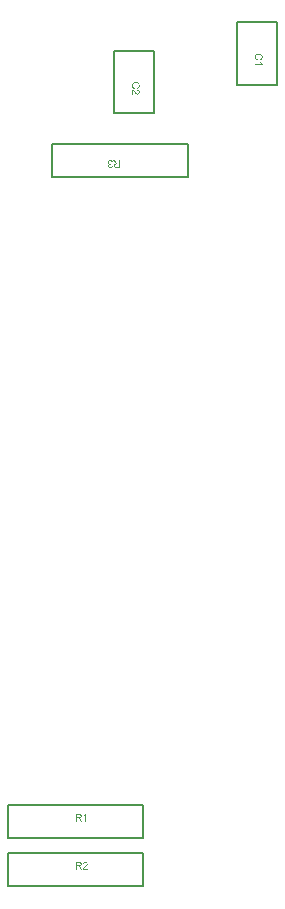
<source format=gbr>
%TF.GenerationSoftware,Altium Limited,Altium Designer,22.5.1 (42)*%
G04 Layer_Color=16711935*
%FSLAX45Y45*%
%MOMM*%
%TF.SameCoordinates,0F5D3445-5268-4BF5-932C-448DE224A770*%
%TF.FilePolarity,Positive*%
%TF.FileFunction,Other,Top_Assembly*%
%TF.Part,Single*%
G01*
G75*
%TA.AperFunction,NonConductor*%
%ADD47C,0.20000*%
G36*
X9440141Y9524908D02*
X9440881Y9524816D01*
X9441713Y9524723D01*
X9442638Y9524538D01*
X9443655Y9524354D01*
X9445874Y9523799D01*
X9448185Y9522874D01*
X9449387Y9522320D01*
X9450496Y9521672D01*
X9451606Y9520840D01*
X9452715Y9520008D01*
X9452808Y9519916D01*
X9452993Y9519731D01*
X9453270Y9519453D01*
X9453548Y9519084D01*
X9454010Y9518621D01*
X9454472Y9517974D01*
X9455027Y9517327D01*
X9455582Y9516495D01*
X9456136Y9515570D01*
X9456691Y9514646D01*
X9457708Y9512427D01*
X9458540Y9509838D01*
X9458818Y9508451D01*
X9459002Y9506972D01*
X9451144Y9505955D01*
Y9506047D01*
X9451051Y9506232D01*
X9450959Y9506602D01*
X9450866Y9507064D01*
X9450774Y9507619D01*
X9450589Y9508266D01*
X9450127Y9509653D01*
X9449479Y9511317D01*
X9448647Y9512889D01*
X9447723Y9514368D01*
X9446613Y9515663D01*
X9446428Y9515755D01*
X9446059Y9516125D01*
X9445319Y9516587D01*
X9444394Y9517050D01*
X9443285Y9517604D01*
X9441898Y9518067D01*
X9440326Y9518436D01*
X9438662Y9518529D01*
X9438107D01*
X9437738Y9518436D01*
X9436721Y9518344D01*
X9435426Y9518067D01*
X9433947Y9517604D01*
X9432375Y9516957D01*
X9430803Y9516033D01*
X9429324Y9514738D01*
X9429139Y9514553D01*
X9428677Y9513998D01*
X9428122Y9513166D01*
X9427382Y9512057D01*
X9426643Y9510670D01*
X9426088Y9509098D01*
X9425626Y9507249D01*
X9425441Y9505215D01*
Y9505123D01*
Y9504938D01*
Y9504660D01*
X9425533Y9504291D01*
X9425626Y9503274D01*
X9425903Y9502072D01*
X9426273Y9500592D01*
X9426920Y9499113D01*
X9427845Y9497634D01*
X9429047Y9496247D01*
X9429232Y9496062D01*
X9429694Y9495692D01*
X9430434Y9495137D01*
X9431451Y9494490D01*
X9432745Y9493843D01*
X9434317Y9493288D01*
X9436073Y9492919D01*
X9438015Y9492734D01*
X9438847D01*
X9439494Y9492826D01*
X9440326Y9492919D01*
X9441251Y9493103D01*
X9442360Y9493288D01*
X9443562Y9493566D01*
X9442638Y9486632D01*
X9442175D01*
X9441806Y9486724D01*
X9440604D01*
X9439587Y9486539D01*
X9438385Y9486354D01*
X9436998Y9486077D01*
X9435426Y9485615D01*
X9433947Y9484967D01*
X9432375Y9484135D01*
X9432283D01*
X9432190Y9484043D01*
X9431728Y9483673D01*
X9431081Y9483026D01*
X9430341Y9482194D01*
X9429601Y9480992D01*
X9428954Y9479605D01*
X9428492Y9478033D01*
X9428307Y9477109D01*
Y9476092D01*
Y9475999D01*
Y9475907D01*
Y9475352D01*
X9428492Y9474612D01*
X9428677Y9473595D01*
X9429047Y9472486D01*
X9429509Y9471284D01*
X9430249Y9470082D01*
X9431266Y9468972D01*
X9431358Y9468880D01*
X9431820Y9468510D01*
X9432468Y9468048D01*
X9433300Y9467493D01*
X9434409Y9467031D01*
X9435704Y9466569D01*
X9437183Y9466199D01*
X9438847Y9466106D01*
X9439587D01*
X9440419Y9466291D01*
X9441528Y9466476D01*
X9442730Y9466846D01*
X9443932Y9467308D01*
X9445226Y9468048D01*
X9446428Y9468972D01*
X9446521Y9469065D01*
X9446891Y9469527D01*
X9447445Y9470174D01*
X9448093Y9471099D01*
X9448740Y9472301D01*
X9449387Y9473780D01*
X9449942Y9475537D01*
X9450312Y9477571D01*
X9458170Y9476184D01*
Y9476092D01*
X9458078Y9475814D01*
X9457985Y9475444D01*
X9457893Y9474890D01*
X9457708Y9474242D01*
X9457431Y9473503D01*
X9456876Y9471746D01*
X9455951Y9469712D01*
X9454842Y9467678D01*
X9453455Y9465736D01*
X9451698Y9463980D01*
X9451606Y9463887D01*
X9451421Y9463795D01*
X9451144Y9463610D01*
X9450774Y9463333D01*
X9450312Y9462963D01*
X9449664Y9462593D01*
X9449017Y9462223D01*
X9448185Y9461761D01*
X9446336Y9461021D01*
X9444209Y9460282D01*
X9441713Y9459819D01*
X9440419Y9459634D01*
X9438107D01*
X9437090Y9459727D01*
X9435888Y9459912D01*
X9434409Y9460189D01*
X9432745Y9460651D01*
X9431081Y9461206D01*
X9429416Y9461946D01*
X9429324D01*
X9429232Y9462038D01*
X9428677Y9462316D01*
X9427845Y9462870D01*
X9426920Y9463518D01*
X9425811Y9464442D01*
X9424701Y9465459D01*
X9423592Y9466661D01*
X9422667Y9468048D01*
X9422575Y9468233D01*
X9422297Y9468695D01*
X9421928Y9469527D01*
X9421465Y9470544D01*
X9421003Y9471746D01*
X9420633Y9473133D01*
X9420356Y9474705D01*
X9420263Y9476276D01*
Y9476461D01*
Y9477016D01*
X9420356Y9477756D01*
X9420541Y9478773D01*
X9420818Y9479975D01*
X9421280Y9481269D01*
X9421835Y9482563D01*
X9422575Y9483858D01*
X9422667Y9484043D01*
X9422945Y9484413D01*
X9423499Y9485060D01*
X9424239Y9485799D01*
X9425164Y9486632D01*
X9426273Y9487556D01*
X9427567Y9488388D01*
X9429139Y9489220D01*
X9429047D01*
X9428862Y9489313D01*
X9428584Y9489405D01*
X9428215Y9489498D01*
X9427198Y9489867D01*
X9425903Y9490422D01*
X9424424Y9491162D01*
X9422945Y9492086D01*
X9421558Y9493288D01*
X9420263Y9494675D01*
X9420171Y9494860D01*
X9419801Y9495415D01*
X9419246Y9496339D01*
X9418692Y9497541D01*
X9418137Y9499021D01*
X9417582Y9500777D01*
X9417212Y9502811D01*
X9417120Y9505030D01*
Y9505123D01*
Y9505400D01*
Y9505862D01*
X9417212Y9506417D01*
X9417305Y9507157D01*
X9417490Y9507989D01*
X9417675Y9508913D01*
X9417859Y9509930D01*
X9418599Y9512149D01*
X9419154Y9513351D01*
X9419709Y9514461D01*
X9420448Y9515663D01*
X9421280Y9516865D01*
X9422205Y9518067D01*
X9423314Y9519176D01*
X9423407Y9519268D01*
X9423592Y9519453D01*
X9423962Y9519731D01*
X9424424Y9520101D01*
X9424979Y9520563D01*
X9425718Y9521025D01*
X9426550Y9521580D01*
X9427567Y9522042D01*
X9428584Y9522597D01*
X9429786Y9523152D01*
X9430988Y9523614D01*
X9432375Y9524076D01*
X9433854Y9524446D01*
X9435426Y9524723D01*
X9436998Y9524908D01*
X9438755Y9525001D01*
X9439587D01*
X9440141Y9524908D01*
D02*
G37*
G36*
X9520301Y9459912D02*
X9490622D01*
X9489883Y9460004D01*
X9489051D01*
X9487109Y9460097D01*
X9485075Y9460374D01*
X9482856Y9460651D01*
X9480822Y9461114D01*
X9479805Y9461391D01*
X9478973Y9461668D01*
X9478880D01*
X9478788Y9461761D01*
X9478233Y9462038D01*
X9477401Y9462408D01*
X9476384Y9463055D01*
X9475275Y9463887D01*
X9474073Y9464997D01*
X9472963Y9466291D01*
X9471854Y9467770D01*
Y9467863D01*
X9471761Y9467955D01*
X9471392Y9468510D01*
X9471022Y9469435D01*
X9470467Y9470637D01*
X9470005Y9472023D01*
X9469542Y9473688D01*
X9469265Y9475444D01*
X9469173Y9477386D01*
Y9477478D01*
Y9477663D01*
Y9478033D01*
X9469265Y9478495D01*
Y9479143D01*
X9469357Y9479790D01*
X9469727Y9481362D01*
X9470282Y9483211D01*
X9471022Y9485152D01*
X9472131Y9487094D01*
X9472871Y9488018D01*
X9473610Y9488943D01*
X9473703Y9489035D01*
X9473795Y9489128D01*
X9474073Y9489405D01*
X9474443Y9489683D01*
X9474905Y9490052D01*
X9475460Y9490422D01*
X9476199Y9490884D01*
X9476939Y9491439D01*
X9477863Y9491902D01*
X9478880Y9492364D01*
X9479990Y9492919D01*
X9481192Y9493381D01*
X9482579Y9493751D01*
X9483966Y9494213D01*
X9485537Y9494490D01*
X9487201Y9494768D01*
X9487017Y9494860D01*
X9486647Y9495045D01*
X9486092Y9495415D01*
X9485352Y9495785D01*
X9483688Y9496802D01*
X9482856Y9497449D01*
X9482116Y9498004D01*
X9481932Y9498189D01*
X9481469Y9498651D01*
X9480730Y9499390D01*
X9479805Y9500315D01*
X9478788Y9501609D01*
X9477586Y9502996D01*
X9476384Y9504660D01*
X9475090Y9506510D01*
X9464087Y9523891D01*
X9474627D01*
X9483041Y9510578D01*
Y9510485D01*
X9483226Y9510300D01*
X9483411Y9510023D01*
X9483688Y9509653D01*
X9484335Y9508636D01*
X9485167Y9507342D01*
X9486184Y9505955D01*
X9487201Y9504476D01*
X9488219Y9503089D01*
X9489143Y9501794D01*
X9489236Y9501702D01*
X9489513Y9501332D01*
X9489975Y9500777D01*
X9490622Y9500130D01*
X9492009Y9498743D01*
X9492749Y9498096D01*
X9493489Y9497541D01*
X9493581Y9497449D01*
X9493766Y9497356D01*
X9494136Y9497172D01*
X9494690Y9496894D01*
X9495245Y9496617D01*
X9495892Y9496339D01*
X9497372Y9495877D01*
X9497464D01*
X9497649Y9495785D01*
X9498019D01*
X9498481Y9495692D01*
X9499128Y9495600D01*
X9499868D01*
X9500885Y9495507D01*
X9511795D01*
Y9523891D01*
X9520301D01*
Y9459912D01*
D02*
G37*
G36*
X10697101Y10426608D02*
X10698026D01*
X10698950Y10426515D01*
X10700152Y10426423D01*
X10701354Y10426238D01*
X10704035Y10425775D01*
X10706994Y10425128D01*
X10709953Y10424204D01*
X10712819Y10422909D01*
X10712911Y10422817D01*
X10713189Y10422724D01*
X10713558Y10422539D01*
X10714021Y10422170D01*
X10714668Y10421800D01*
X10715408Y10421338D01*
X10717072Y10420136D01*
X10718921Y10418564D01*
X10720770Y10416715D01*
X10722619Y10414588D01*
X10724191Y10412092D01*
X10724283Y10411999D01*
X10724376Y10411722D01*
X10724561Y10411352D01*
X10724838Y10410890D01*
X10725115Y10410150D01*
X10725393Y10409411D01*
X10725763Y10408486D01*
X10726132Y10407469D01*
X10726502Y10406360D01*
X10726872Y10405158D01*
X10727427Y10402569D01*
X10727889Y10399610D01*
X10728074Y10396559D01*
Y10395635D01*
X10727982Y10394988D01*
X10727889Y10394155D01*
X10727797Y10393138D01*
X10727704Y10392121D01*
X10727427Y10390920D01*
X10726872Y10388423D01*
X10726040Y10385650D01*
X10725485Y10384263D01*
X10724838Y10382968D01*
X10724006Y10381674D01*
X10723174Y10380380D01*
X10723081Y10380287D01*
X10722989Y10380102D01*
X10722712Y10379732D01*
X10722249Y10379270D01*
X10721787Y10378808D01*
X10721140Y10378161D01*
X10720400Y10377513D01*
X10719661Y10376774D01*
X10718736Y10376034D01*
X10717627Y10375294D01*
X10716517Y10374462D01*
X10715315Y10373723D01*
X10713928Y10373076D01*
X10712541Y10372336D01*
X10711062Y10371781D01*
X10709398Y10371226D01*
X10707456Y10379547D01*
X10707549D01*
X10707734Y10379640D01*
X10708104Y10379825D01*
X10708566Y10380010D01*
X10709121Y10380195D01*
X10709860Y10380472D01*
X10711340Y10381212D01*
X10713004Y10382136D01*
X10714668Y10383246D01*
X10716240Y10384633D01*
X10717627Y10386112D01*
X10717811Y10386297D01*
X10718181Y10386851D01*
X10718644Y10387776D01*
X10719291Y10388978D01*
X10719845Y10390550D01*
X10720400Y10392306D01*
X10720770Y10394433D01*
X10720862Y10396744D01*
Y10397484D01*
X10720770Y10397946D01*
Y10398593D01*
X10720678Y10399333D01*
X10720400Y10401090D01*
X10720030Y10403031D01*
X10719383Y10405065D01*
X10718459Y10407192D01*
X10717257Y10409133D01*
Y10409226D01*
X10717072Y10409318D01*
X10716610Y10409965D01*
X10715870Y10410798D01*
X10714760Y10411815D01*
X10713374Y10413017D01*
X10711802Y10414126D01*
X10709860Y10415143D01*
X10707734Y10416068D01*
X10707641D01*
X10707456Y10416160D01*
X10707179Y10416252D01*
X10706717Y10416345D01*
X10706162Y10416530D01*
X10705515Y10416715D01*
X10703943Y10416992D01*
X10702094Y10417362D01*
X10700060Y10417732D01*
X10697841Y10417917D01*
X10695437Y10418009D01*
X10695345D01*
X10695067D01*
X10694605D01*
X10694050D01*
X10693403Y10417917D01*
X10692571D01*
X10691646Y10417824D01*
X10690629Y10417732D01*
X10688410Y10417454D01*
X10686007Y10416992D01*
X10683603Y10416437D01*
X10681199Y10415698D01*
X10681106D01*
X10680921Y10415605D01*
X10680644Y10415420D01*
X10680182Y10415235D01*
X10679072Y10414681D01*
X10677778Y10413849D01*
X10676299Y10412832D01*
X10674727Y10411537D01*
X10673340Y10410058D01*
X10672046Y10408301D01*
Y10408209D01*
X10671953Y10408024D01*
X10671768Y10407747D01*
X10671583Y10407377D01*
X10671399Y10406914D01*
X10671121Y10406360D01*
X10670566Y10405065D01*
X10670012Y10403401D01*
X10669549Y10401552D01*
X10669180Y10399518D01*
X10669087Y10397391D01*
Y10396744D01*
X10669180Y10396190D01*
Y10395542D01*
X10669272Y10394895D01*
X10669642Y10393231D01*
X10670104Y10391289D01*
X10670844Y10389348D01*
X10671861Y10387314D01*
X10672416Y10386297D01*
X10673155Y10385372D01*
X10673248Y10385280D01*
X10673340Y10385187D01*
X10673617Y10384910D01*
X10673895Y10384540D01*
X10674357Y10384170D01*
X10674912Y10383708D01*
X10675467Y10383153D01*
X10676206Y10382691D01*
X10677038Y10382136D01*
X10677963Y10381489D01*
X10678887Y10380934D01*
X10679997Y10380380D01*
X10681199Y10379917D01*
X10682493Y10379455D01*
X10683880Y10378993D01*
X10685359Y10378623D01*
X10683233Y10370117D01*
X10683140D01*
X10682771Y10370209D01*
X10682216Y10370394D01*
X10681476Y10370672D01*
X10680644Y10370949D01*
X10679627Y10371319D01*
X10678518Y10371781D01*
X10677316Y10372336D01*
X10674727Y10373630D01*
X10672138Y10375294D01*
X10670844Y10376311D01*
X10669549Y10377328D01*
X10668440Y10378438D01*
X10667330Y10379732D01*
X10667238Y10379825D01*
X10667053Y10380010D01*
X10666868Y10380472D01*
X10666498Y10380934D01*
X10666036Y10381674D01*
X10665574Y10382414D01*
X10665112Y10383431D01*
X10664649Y10384448D01*
X10664094Y10385650D01*
X10663632Y10386944D01*
X10663170Y10388331D01*
X10662708Y10389810D01*
X10662338Y10391382D01*
X10662153Y10393046D01*
X10661968Y10394803D01*
X10661876Y10396652D01*
Y10397669D01*
X10661968Y10398408D01*
Y10399241D01*
X10662060Y10400258D01*
X10662245Y10401367D01*
X10662430Y10402661D01*
X10662893Y10405343D01*
X10663632Y10408116D01*
X10664649Y10410890D01*
X10665296Y10412184D01*
X10666036Y10413479D01*
X10666129Y10413571D01*
X10666221Y10413756D01*
X10666498Y10414126D01*
X10666868Y10414496D01*
X10667238Y10415051D01*
X10667793Y10415698D01*
X10668440Y10416437D01*
X10669180Y10417177D01*
X10670012Y10417917D01*
X10670844Y10418749D01*
X10672970Y10420413D01*
X10675467Y10421985D01*
X10678240Y10423372D01*
X10678333D01*
X10678610Y10423556D01*
X10679072Y10423649D01*
X10679627Y10423926D01*
X10680367Y10424111D01*
X10681291Y10424389D01*
X10682308Y10424758D01*
X10683418Y10425036D01*
X10684620Y10425313D01*
X10686007Y10425683D01*
X10688873Y10426145D01*
X10692109Y10426515D01*
X10695437Y10426700D01*
X10695530D01*
X10695899D01*
X10696454D01*
X10697101Y10426608D01*
D02*
G37*
G36*
X10711155Y10356803D02*
X10711340Y10356618D01*
X10711432Y10356249D01*
X10711709Y10355786D01*
X10711987Y10355232D01*
X10712357Y10354584D01*
X10713281Y10353013D01*
X10714298Y10351163D01*
X10715592Y10349314D01*
X10717072Y10347373D01*
X10718644Y10345431D01*
X10718736Y10345339D01*
X10718828Y10345246D01*
X10719106Y10344969D01*
X10719383Y10344599D01*
X10720308Y10343767D01*
X10721417Y10342657D01*
X10722712Y10341548D01*
X10724191Y10340346D01*
X10725670Y10339329D01*
X10727242Y10338405D01*
Y10333319D01*
X10662985D01*
Y10341178D01*
X10713004D01*
X10712911Y10341271D01*
X10712541Y10341733D01*
X10711987Y10342288D01*
X10711340Y10343212D01*
X10710507Y10344229D01*
X10709583Y10345524D01*
X10708566Y10347003D01*
X10707549Y10348667D01*
Y10348760D01*
X10707456Y10348852D01*
X10707087Y10349407D01*
X10706624Y10350331D01*
X10706070Y10351441D01*
X10705422Y10352735D01*
X10704775Y10354122D01*
X10704128Y10355509D01*
X10703573Y10356896D01*
X10711155D01*
Y10356803D01*
D02*
G37*
G36*
X9655701Y10185308D02*
X9656626D01*
X9657550Y10185215D01*
X9658752Y10185123D01*
X9659954Y10184938D01*
X9662635Y10184475D01*
X9665594Y10183828D01*
X9668553Y10182904D01*
X9671419Y10181609D01*
X9671511Y10181517D01*
X9671789Y10181424D01*
X9672158Y10181239D01*
X9672621Y10180870D01*
X9673268Y10180500D01*
X9674008Y10180038D01*
X9675672Y10178836D01*
X9677521Y10177264D01*
X9679370Y10175415D01*
X9681219Y10173288D01*
X9682791Y10170792D01*
X9682883Y10170699D01*
X9682976Y10170422D01*
X9683161Y10170052D01*
X9683438Y10169590D01*
X9683715Y10168850D01*
X9683993Y10168111D01*
X9684363Y10167186D01*
X9684732Y10166169D01*
X9685102Y10165060D01*
X9685472Y10163858D01*
X9686027Y10161269D01*
X9686489Y10158310D01*
X9686674Y10155259D01*
Y10154335D01*
X9686582Y10153688D01*
X9686489Y10152855D01*
X9686397Y10151838D01*
X9686304Y10150821D01*
X9686027Y10149620D01*
X9685472Y10147123D01*
X9684640Y10144350D01*
X9684085Y10142963D01*
X9683438Y10141668D01*
X9682606Y10140374D01*
X9681774Y10139080D01*
X9681681Y10138987D01*
X9681589Y10138802D01*
X9681312Y10138432D01*
X9680849Y10137970D01*
X9680387Y10137508D01*
X9679740Y10136861D01*
X9679000Y10136213D01*
X9678261Y10135474D01*
X9677336Y10134734D01*
X9676227Y10133994D01*
X9675117Y10133162D01*
X9673915Y10132423D01*
X9672528Y10131776D01*
X9671141Y10131036D01*
X9669662Y10130481D01*
X9667998Y10129926D01*
X9666056Y10138247D01*
X9666149D01*
X9666334Y10138340D01*
X9666704Y10138525D01*
X9667166Y10138710D01*
X9667721Y10138895D01*
X9668460Y10139172D01*
X9669940Y10139912D01*
X9671604Y10140836D01*
X9673268Y10141946D01*
X9674840Y10143333D01*
X9676227Y10144812D01*
X9676411Y10144997D01*
X9676781Y10145551D01*
X9677244Y10146476D01*
X9677891Y10147678D01*
X9678445Y10149250D01*
X9679000Y10151006D01*
X9679370Y10153133D01*
X9679462Y10155444D01*
Y10156184D01*
X9679370Y10156646D01*
Y10157293D01*
X9679278Y10158033D01*
X9679000Y10159790D01*
X9678630Y10161731D01*
X9677983Y10163765D01*
X9677059Y10165892D01*
X9675857Y10167833D01*
Y10167926D01*
X9675672Y10168018D01*
X9675210Y10168665D01*
X9674470Y10169498D01*
X9673360Y10170515D01*
X9671974Y10171717D01*
X9670402Y10172826D01*
X9668460Y10173843D01*
X9666334Y10174768D01*
X9666241D01*
X9666056Y10174860D01*
X9665779Y10174952D01*
X9665317Y10175045D01*
X9664762Y10175230D01*
X9664115Y10175415D01*
X9662543Y10175692D01*
X9660694Y10176062D01*
X9658660Y10176432D01*
X9656441Y10176617D01*
X9654037Y10176709D01*
X9653945D01*
X9653667D01*
X9653205D01*
X9652650D01*
X9652003Y10176617D01*
X9651171D01*
X9650246Y10176524D01*
X9649229Y10176432D01*
X9647010Y10176154D01*
X9644607Y10175692D01*
X9642203Y10175137D01*
X9639799Y10174398D01*
X9639706D01*
X9639521Y10174305D01*
X9639244Y10174120D01*
X9638782Y10173935D01*
X9637672Y10173381D01*
X9636378Y10172549D01*
X9634899Y10171532D01*
X9633327Y10170237D01*
X9631940Y10168758D01*
X9630646Y10167001D01*
Y10166909D01*
X9630553Y10166724D01*
X9630368Y10166447D01*
X9630183Y10166077D01*
X9629999Y10165614D01*
X9629721Y10165060D01*
X9629166Y10163765D01*
X9628612Y10162101D01*
X9628149Y10160252D01*
X9627780Y10158218D01*
X9627687Y10156091D01*
Y10155444D01*
X9627780Y10154890D01*
Y10154242D01*
X9627872Y10153595D01*
X9628242Y10151931D01*
X9628704Y10149989D01*
X9629444Y10148048D01*
X9630461Y10146014D01*
X9631016Y10144997D01*
X9631755Y10144072D01*
X9631848Y10143980D01*
X9631940Y10143887D01*
X9632217Y10143610D01*
X9632495Y10143240D01*
X9632957Y10142870D01*
X9633512Y10142408D01*
X9634067Y10141853D01*
X9634806Y10141391D01*
X9635638Y10140836D01*
X9636563Y10140189D01*
X9637487Y10139634D01*
X9638597Y10139080D01*
X9639799Y10138617D01*
X9641093Y10138155D01*
X9642480Y10137693D01*
X9643959Y10137323D01*
X9641833Y10128817D01*
X9641740D01*
X9641371Y10128909D01*
X9640816Y10129094D01*
X9640076Y10129372D01*
X9639244Y10129649D01*
X9638227Y10130019D01*
X9637118Y10130481D01*
X9635916Y10131036D01*
X9633327Y10132330D01*
X9630738Y10133994D01*
X9629444Y10135011D01*
X9628149Y10136028D01*
X9627040Y10137138D01*
X9625930Y10138432D01*
X9625838Y10138525D01*
X9625653Y10138710D01*
X9625468Y10139172D01*
X9625098Y10139634D01*
X9624636Y10140374D01*
X9624174Y10141114D01*
X9623712Y10142131D01*
X9623249Y10143148D01*
X9622694Y10144350D01*
X9622232Y10145644D01*
X9621770Y10147031D01*
X9621308Y10148510D01*
X9620938Y10150082D01*
X9620753Y10151746D01*
X9620568Y10153503D01*
X9620476Y10155352D01*
Y10156369D01*
X9620568Y10157108D01*
Y10157941D01*
X9620660Y10158958D01*
X9620845Y10160067D01*
X9621030Y10161361D01*
X9621493Y10164043D01*
X9622232Y10166816D01*
X9623249Y10169590D01*
X9623896Y10170884D01*
X9624636Y10172179D01*
X9624729Y10172271D01*
X9624821Y10172456D01*
X9625098Y10172826D01*
X9625468Y10173196D01*
X9625838Y10173751D01*
X9626393Y10174398D01*
X9627040Y10175137D01*
X9627780Y10175877D01*
X9628612Y10176617D01*
X9629444Y10177449D01*
X9631570Y10179113D01*
X9634067Y10180685D01*
X9636840Y10182072D01*
X9636933D01*
X9637210Y10182256D01*
X9637672Y10182349D01*
X9638227Y10182626D01*
X9638967Y10182811D01*
X9639891Y10183089D01*
X9640908Y10183458D01*
X9642018Y10183736D01*
X9643220Y10184013D01*
X9644607Y10184383D01*
X9647473Y10184845D01*
X9650709Y10185215D01*
X9654037Y10185400D01*
X9654130D01*
X9654499D01*
X9655054D01*
X9655701Y10185308D01*
D02*
G37*
G36*
X9623342Y10122622D02*
X9624174Y10122530D01*
X9625098Y10122345D01*
X9626023Y10122160D01*
X9627040Y10121790D01*
X9627132D01*
X9627225Y10121698D01*
X9627780Y10121513D01*
X9628612Y10121143D01*
X9629721Y10120588D01*
X9631016Y10119849D01*
X9632495Y10118924D01*
X9633974Y10117907D01*
X9635546Y10116613D01*
X9635638D01*
X9635731Y10116428D01*
X9636286Y10115966D01*
X9637118Y10115133D01*
X9638320Y10113932D01*
X9639706Y10112545D01*
X9641371Y10110788D01*
X9643220Y10108662D01*
X9645161Y10106350D01*
X9645254Y10106258D01*
X9645531Y10105888D01*
X9645993Y10105333D01*
X9646548Y10104686D01*
X9647288Y10103854D01*
X9648120Y10102837D01*
X9649044Y10101820D01*
X9650061Y10100618D01*
X9652280Y10098306D01*
X9654499Y10095995D01*
X9655609Y10094886D01*
X9656718Y10093869D01*
X9657735Y10092944D01*
X9658752Y10092204D01*
X9658845D01*
X9658937Y10092019D01*
X9659215Y10091835D01*
X9659584Y10091650D01*
X9660601Y10091002D01*
X9661803Y10090263D01*
X9663283Y10089616D01*
X9664854Y10088968D01*
X9666611Y10088599D01*
X9668275Y10088414D01*
X9668368D01*
X9668460D01*
X9669015Y10088506D01*
X9669940Y10088599D01*
X9670957Y10088876D01*
X9672251Y10089246D01*
X9673545Y10089893D01*
X9674840Y10090725D01*
X9676134Y10091835D01*
X9676319Y10092019D01*
X9676689Y10092482D01*
X9677151Y10093129D01*
X9677798Y10094146D01*
X9678353Y10095440D01*
X9678908Y10096920D01*
X9679278Y10098676D01*
X9679370Y10100618D01*
Y10101173D01*
X9679278Y10101542D01*
X9679185Y10102652D01*
X9678908Y10103946D01*
X9678538Y10105333D01*
X9677891Y10106905D01*
X9677059Y10108384D01*
X9675949Y10109771D01*
X9675764Y10109956D01*
X9675302Y10110326D01*
X9674562Y10110880D01*
X9673453Y10111435D01*
X9672158Y10112082D01*
X9670494Y10112637D01*
X9668645Y10113007D01*
X9666519Y10113192D01*
X9667351Y10121236D01*
X9667443D01*
X9667721Y10121143D01*
X9668183D01*
X9668830Y10121051D01*
X9669570Y10120866D01*
X9670402Y10120681D01*
X9671419Y10120403D01*
X9672436Y10120126D01*
X9674655Y10119386D01*
X9676874Y10118277D01*
X9677983Y10117630D01*
X9679093Y10116798D01*
X9680110Y10115966D01*
X9681034Y10115041D01*
X9681127Y10114949D01*
X9681219Y10114764D01*
X9681497Y10114486D01*
X9681774Y10114024D01*
X9682144Y10113469D01*
X9682514Y10112822D01*
X9682976Y10112082D01*
X9683438Y10111158D01*
X9683900Y10110141D01*
X9684363Y10109031D01*
X9684732Y10107829D01*
X9685102Y10106535D01*
X9685380Y10105148D01*
X9685657Y10103669D01*
X9685749Y10102097D01*
X9685842Y10100433D01*
Y10099508D01*
X9685749Y10098861D01*
X9685657Y10098122D01*
X9685565Y10097197D01*
X9685380Y10096180D01*
X9685195Y10095163D01*
X9684548Y10092759D01*
X9683623Y10090355D01*
X9683068Y10089153D01*
X9682421Y10087951D01*
X9681589Y10086842D01*
X9680664Y10085825D01*
X9680572Y10085732D01*
X9680479Y10085548D01*
X9680110Y10085363D01*
X9679740Y10084993D01*
X9679278Y10084531D01*
X9678630Y10084068D01*
X9677983Y10083606D01*
X9677151Y10083051D01*
X9675394Y10082127D01*
X9673175Y10081202D01*
X9672066Y10080832D01*
X9670772Y10080647D01*
X9669477Y10080462D01*
X9668090Y10080370D01*
X9667905D01*
X9667443D01*
X9666704Y10080462D01*
X9665687Y10080555D01*
X9664577Y10080740D01*
X9663283Y10081110D01*
X9661896Y10081479D01*
X9660509Y10082034D01*
X9660324Y10082127D01*
X9659862Y10082312D01*
X9659122Y10082681D01*
X9658105Y10083236D01*
X9656996Y10083976D01*
X9655609Y10084900D01*
X9654222Y10086010D01*
X9652650Y10087304D01*
X9652465Y10087489D01*
X9651911Y10087951D01*
X9651448Y10088414D01*
X9650986Y10088876D01*
X9650431Y10089431D01*
X9649692Y10090170D01*
X9648952Y10090910D01*
X9648120Y10091835D01*
X9647195Y10092759D01*
X9646178Y10093869D01*
X9645161Y10095070D01*
X9643959Y10096365D01*
X9642757Y10097844D01*
X9641463Y10099323D01*
X9641371Y10099416D01*
X9641186Y10099601D01*
X9640908Y10099971D01*
X9640539Y10100433D01*
X9639984Y10100988D01*
X9639429Y10101635D01*
X9638227Y10103114D01*
X9636840Y10104686D01*
X9635453Y10106165D01*
X9634251Y10107460D01*
X9633789Y10108014D01*
X9633327Y10108477D01*
X9633234Y10108569D01*
X9632957Y10108846D01*
X9632587Y10109216D01*
X9632033Y10109679D01*
X9631385Y10110141D01*
X9630738Y10110696D01*
X9629166Y10111805D01*
Y10080278D01*
X9621585D01*
Y10122715D01*
X9621677D01*
X9622047D01*
X9622602D01*
X9623342Y10122622D01*
D02*
G37*
G36*
X9227949Y3582063D02*
X9228688Y3581971D01*
X9229613Y3581878D01*
X9230630Y3581693D01*
X9231647Y3581508D01*
X9234051Y3580861D01*
X9236455Y3579937D01*
X9237657Y3579382D01*
X9238859Y3578735D01*
X9239968Y3577903D01*
X9240985Y3576978D01*
X9241078Y3576886D01*
X9241262Y3576793D01*
X9241447Y3576423D01*
X9241817Y3576054D01*
X9242279Y3575591D01*
X9242742Y3574944D01*
X9243204Y3574297D01*
X9243759Y3573465D01*
X9244683Y3571708D01*
X9245608Y3569489D01*
X9245978Y3568380D01*
X9246163Y3567085D01*
X9246348Y3565791D01*
X9246440Y3564404D01*
Y3564219D01*
Y3563757D01*
X9246348Y3563017D01*
X9246255Y3562000D01*
X9246070Y3560891D01*
X9245700Y3559596D01*
X9245331Y3558210D01*
X9244776Y3556823D01*
X9244683Y3556638D01*
X9244498Y3556176D01*
X9244129Y3555436D01*
X9243574Y3554419D01*
X9242834Y3553309D01*
X9241910Y3551923D01*
X9240800Y3550536D01*
X9239506Y3548964D01*
X9239321Y3548779D01*
X9238859Y3548224D01*
X9238396Y3547762D01*
X9237934Y3547300D01*
X9237379Y3546745D01*
X9236640Y3546005D01*
X9235900Y3545266D01*
X9234975Y3544434D01*
X9234051Y3543509D01*
X9232941Y3542492D01*
X9231739Y3541475D01*
X9230445Y3540273D01*
X9228966Y3539071D01*
X9227486Y3537777D01*
X9227394Y3537684D01*
X9227209Y3537499D01*
X9226839Y3537222D01*
X9226377Y3536852D01*
X9225822Y3536297D01*
X9225175Y3535743D01*
X9223696Y3534541D01*
X9222124Y3533154D01*
X9220645Y3531767D01*
X9219350Y3530565D01*
X9218796Y3530103D01*
X9218333Y3529641D01*
X9218241Y3529548D01*
X9217964Y3529271D01*
X9217594Y3528901D01*
X9217131Y3528346D01*
X9216669Y3527699D01*
X9216114Y3527052D01*
X9215005Y3525480D01*
X9246532D01*
Y3517899D01*
X9204095D01*
Y3517991D01*
Y3518361D01*
Y3518916D01*
X9204188Y3519655D01*
X9204280Y3520487D01*
X9204465Y3521412D01*
X9204650Y3522337D01*
X9205020Y3523354D01*
Y3523446D01*
X9205112Y3523539D01*
X9205297Y3524093D01*
X9205667Y3524925D01*
X9206222Y3526035D01*
X9206961Y3527329D01*
X9207886Y3528809D01*
X9208903Y3530288D01*
X9210197Y3531860D01*
Y3531952D01*
X9210382Y3532044D01*
X9210844Y3532599D01*
X9211677Y3533431D01*
X9212878Y3534633D01*
X9214265Y3536020D01*
X9216022Y3537684D01*
X9218148Y3539533D01*
X9220460Y3541475D01*
X9220552Y3541567D01*
X9220922Y3541845D01*
X9221477Y3542307D01*
X9222124Y3542862D01*
X9222956Y3543601D01*
X9223973Y3544434D01*
X9224990Y3545358D01*
X9226192Y3546375D01*
X9228504Y3548594D01*
X9230815Y3550813D01*
X9231924Y3551923D01*
X9232941Y3553032D01*
X9233866Y3554049D01*
X9234606Y3555066D01*
Y3555158D01*
X9234791Y3555251D01*
X9234975Y3555528D01*
X9235160Y3555898D01*
X9235808Y3556915D01*
X9236547Y3558117D01*
X9237194Y3559596D01*
X9237842Y3561168D01*
X9238211Y3562925D01*
X9238396Y3564589D01*
Y3564681D01*
Y3564774D01*
X9238304Y3565329D01*
X9238211Y3566253D01*
X9237934Y3567270D01*
X9237564Y3568565D01*
X9236917Y3569859D01*
X9236085Y3571153D01*
X9234975Y3572448D01*
X9234791Y3572633D01*
X9234328Y3573003D01*
X9233681Y3573465D01*
X9232664Y3574112D01*
X9231370Y3574667D01*
X9229890Y3575221D01*
X9228134Y3575591D01*
X9226192Y3575684D01*
X9225637D01*
X9225268Y3575591D01*
X9224158Y3575499D01*
X9222864Y3575221D01*
X9221477Y3574852D01*
X9219905Y3574204D01*
X9218426Y3573372D01*
X9217039Y3572263D01*
X9216854Y3572078D01*
X9216484Y3571616D01*
X9215929Y3570876D01*
X9215375Y3569767D01*
X9214728Y3568472D01*
X9214173Y3566808D01*
X9213803Y3564959D01*
X9213618Y3562832D01*
X9205574Y3563664D01*
Y3563757D01*
X9205667Y3564034D01*
Y3564497D01*
X9205759Y3565144D01*
X9205944Y3565883D01*
X9206129Y3566715D01*
X9206407Y3567733D01*
X9206684Y3568750D01*
X9207424Y3570968D01*
X9208533Y3573187D01*
X9209180Y3574297D01*
X9210012Y3575406D01*
X9210844Y3576423D01*
X9211769Y3577348D01*
X9211861Y3577440D01*
X9212046Y3577533D01*
X9212324Y3577810D01*
X9212786Y3578088D01*
X9213341Y3578457D01*
X9213988Y3578827D01*
X9214728Y3579290D01*
X9215652Y3579752D01*
X9216669Y3580214D01*
X9217779Y3580676D01*
X9218981Y3581046D01*
X9220275Y3581416D01*
X9221662Y3581693D01*
X9223141Y3581971D01*
X9224713Y3582063D01*
X9226377Y3582156D01*
X9227302D01*
X9227949Y3582063D01*
D02*
G37*
G36*
X9174417Y3581786D02*
X9175249D01*
X9177190Y3581693D01*
X9179224Y3581416D01*
X9181443Y3581139D01*
X9183477Y3580676D01*
X9184494Y3580399D01*
X9185327Y3580122D01*
X9185419D01*
X9185511Y3580029D01*
X9186066Y3579752D01*
X9186898Y3579382D01*
X9187915Y3578735D01*
X9189025Y3577903D01*
X9190227Y3576793D01*
X9191336Y3575499D01*
X9192446Y3574020D01*
Y3573927D01*
X9192538Y3573835D01*
X9192908Y3573280D01*
X9193278Y3572355D01*
X9193833Y3571153D01*
X9194295Y3569767D01*
X9194757Y3568102D01*
X9195034Y3566346D01*
X9195127Y3564404D01*
Y3564312D01*
Y3564127D01*
Y3563757D01*
X9195034Y3563295D01*
Y3562647D01*
X9194942Y3562000D01*
X9194572Y3560428D01*
X9194017Y3558579D01*
X9193278Y3556638D01*
X9192168Y3554696D01*
X9191429Y3553772D01*
X9190689Y3552847D01*
X9190597Y3552755D01*
X9190504Y3552662D01*
X9190227Y3552385D01*
X9189857Y3552107D01*
X9189395Y3551738D01*
X9188840Y3551368D01*
X9188100Y3550906D01*
X9187361Y3550351D01*
X9186436Y3549889D01*
X9185419Y3549426D01*
X9184310Y3548871D01*
X9183108Y3548409D01*
X9181721Y3548039D01*
X9180334Y3547577D01*
X9178762Y3547300D01*
X9177098Y3547022D01*
X9177283Y3546930D01*
X9177653Y3546745D01*
X9178207Y3546375D01*
X9178947Y3546005D01*
X9180611Y3544988D01*
X9181443Y3544341D01*
X9182183Y3543786D01*
X9182368Y3543601D01*
X9182830Y3543139D01*
X9183570Y3542400D01*
X9184494Y3541475D01*
X9185511Y3540181D01*
X9186713Y3538794D01*
X9187915Y3537130D01*
X9189210Y3535280D01*
X9200212Y3517899D01*
X9189672D01*
X9181258Y3531212D01*
Y3531305D01*
X9181074Y3531490D01*
X9180889Y3531767D01*
X9180611Y3532137D01*
X9179964Y3533154D01*
X9179132Y3534448D01*
X9178115Y3535835D01*
X9177098Y3537314D01*
X9176081Y3538701D01*
X9175156Y3539996D01*
X9175064Y3540088D01*
X9174787Y3540458D01*
X9174324Y3541013D01*
X9173677Y3541660D01*
X9172290Y3543047D01*
X9171551Y3543694D01*
X9170811Y3544249D01*
X9170719Y3544341D01*
X9170534Y3544434D01*
X9170164Y3544619D01*
X9169609Y3544896D01*
X9169054Y3545173D01*
X9168407Y3545451D01*
X9166928Y3545913D01*
X9166835D01*
X9166650Y3546005D01*
X9166281D01*
X9165818Y3546098D01*
X9165171Y3546190D01*
X9164432D01*
X9163414Y3546283D01*
X9152505D01*
Y3517899D01*
X9143999D01*
Y3581878D01*
X9173677D01*
X9174417Y3581786D01*
D02*
G37*
G36*
X9234791Y3924299D02*
X9226932D01*
Y3974317D01*
X9226839Y3974225D01*
X9226377Y3973855D01*
X9225822Y3973300D01*
X9224898Y3972653D01*
X9223881Y3971821D01*
X9222586Y3970897D01*
X9221107Y3969880D01*
X9219443Y3968863D01*
X9219350D01*
X9219258Y3968770D01*
X9218703Y3968400D01*
X9217779Y3967938D01*
X9216669Y3967383D01*
X9215375Y3966736D01*
X9213988Y3966089D01*
X9212601Y3965442D01*
X9211214Y3964887D01*
Y3972468D01*
X9211307D01*
X9211492Y3972653D01*
X9211861Y3972746D01*
X9212324Y3973023D01*
X9212878Y3973300D01*
X9213526Y3973670D01*
X9215097Y3974595D01*
X9216947Y3975612D01*
X9218796Y3976906D01*
X9220737Y3978385D01*
X9222679Y3979957D01*
X9222771Y3980050D01*
X9222864Y3980142D01*
X9223141Y3980420D01*
X9223511Y3980697D01*
X9224343Y3981621D01*
X9225452Y3982731D01*
X9226562Y3984025D01*
X9227764Y3985505D01*
X9228781Y3986984D01*
X9229705Y3988556D01*
X9234791D01*
Y3924299D01*
D02*
G37*
G36*
X9174417Y3988186D02*
X9175249D01*
X9177190Y3988093D01*
X9179224Y3987816D01*
X9181443Y3987539D01*
X9183477Y3987076D01*
X9184494Y3986799D01*
X9185327Y3986522D01*
X9185419D01*
X9185511Y3986429D01*
X9186066Y3986152D01*
X9186898Y3985782D01*
X9187915Y3985135D01*
X9189025Y3984303D01*
X9190227Y3983193D01*
X9191336Y3981899D01*
X9192446Y3980420D01*
Y3980327D01*
X9192538Y3980235D01*
X9192908Y3979680D01*
X9193278Y3978755D01*
X9193833Y3977553D01*
X9194295Y3976167D01*
X9194757Y3974502D01*
X9195034Y3972746D01*
X9195127Y3970804D01*
Y3970712D01*
Y3970527D01*
Y3970157D01*
X9195034Y3969695D01*
Y3969047D01*
X9194942Y3968400D01*
X9194572Y3966828D01*
X9194017Y3964979D01*
X9193278Y3963038D01*
X9192168Y3961096D01*
X9191429Y3960172D01*
X9190689Y3959247D01*
X9190597Y3959155D01*
X9190504Y3959062D01*
X9190227Y3958785D01*
X9189857Y3958507D01*
X9189395Y3958138D01*
X9188840Y3957768D01*
X9188100Y3957306D01*
X9187361Y3956751D01*
X9186436Y3956289D01*
X9185419Y3955826D01*
X9184310Y3955271D01*
X9183108Y3954809D01*
X9181721Y3954439D01*
X9180334Y3953977D01*
X9178762Y3953700D01*
X9177098Y3953422D01*
X9177283Y3953330D01*
X9177653Y3953145D01*
X9178207Y3952775D01*
X9178947Y3952405D01*
X9180611Y3951388D01*
X9181443Y3950741D01*
X9182183Y3950186D01*
X9182368Y3950001D01*
X9182830Y3949539D01*
X9183570Y3948800D01*
X9184494Y3947875D01*
X9185511Y3946581D01*
X9186713Y3945194D01*
X9187915Y3943530D01*
X9189210Y3941680D01*
X9200212Y3924299D01*
X9189672D01*
X9181258Y3937612D01*
Y3937705D01*
X9181074Y3937890D01*
X9180889Y3938167D01*
X9180611Y3938537D01*
X9179964Y3939554D01*
X9179132Y3940848D01*
X9178115Y3942235D01*
X9177098Y3943714D01*
X9176081Y3945101D01*
X9175156Y3946396D01*
X9175064Y3946488D01*
X9174787Y3946858D01*
X9174324Y3947413D01*
X9173677Y3948060D01*
X9172290Y3949447D01*
X9171551Y3950094D01*
X9170811Y3950649D01*
X9170719Y3950741D01*
X9170534Y3950834D01*
X9170164Y3951019D01*
X9169609Y3951296D01*
X9169054Y3951573D01*
X9168407Y3951851D01*
X9166928Y3952313D01*
X9166835D01*
X9166650Y3952405D01*
X9166281D01*
X9165818Y3952498D01*
X9165171Y3952590D01*
X9164432D01*
X9163414Y3952683D01*
X9152505D01*
Y3924299D01*
X9143999D01*
Y3988278D01*
X9173677D01*
X9174417Y3988186D01*
D02*
G37*
%LPC*%
G36*
X9511795Y9488203D02*
X9492749D01*
X9491639Y9488111D01*
X9490345Y9488018D01*
X9488866Y9487926D01*
X9487386Y9487741D01*
X9485907Y9487464D01*
X9484613Y9487094D01*
X9484428Y9487001D01*
X9484058Y9486816D01*
X9483503Y9486539D01*
X9482764Y9486169D01*
X9481932Y9485615D01*
X9481099Y9484967D01*
X9480267Y9484135D01*
X9479620Y9483211D01*
X9479528Y9483118D01*
X9479343Y9482748D01*
X9479065Y9482194D01*
X9478696Y9481454D01*
X9478418Y9480622D01*
X9478141Y9479697D01*
X9477956Y9478588D01*
X9477863Y9477478D01*
Y9477386D01*
Y9477293D01*
X9477956Y9476739D01*
X9478048Y9475907D01*
X9478233Y9474797D01*
X9478696Y9473688D01*
X9479250Y9472393D01*
X9480082Y9471191D01*
X9481192Y9469989D01*
X9481377Y9469897D01*
X9481839Y9469527D01*
X9482579Y9469065D01*
X9483781Y9468510D01*
X9485167Y9467955D01*
X9487017Y9467493D01*
X9489143Y9467123D01*
X9491639Y9467031D01*
X9511795D01*
Y9488203D01*
D02*
G37*
G36*
X9172660Y3574759D02*
X9152505D01*
Y3553587D01*
X9171551D01*
X9172660Y3553679D01*
X9173954Y3553772D01*
X9175434Y3553864D01*
X9176913Y3554049D01*
X9178392Y3554326D01*
X9179687Y3554696D01*
X9179872Y3554789D01*
X9180241Y3554974D01*
X9180796Y3555251D01*
X9181536Y3555621D01*
X9182368Y3556176D01*
X9183200Y3556823D01*
X9184032Y3557655D01*
X9184679Y3558579D01*
X9184772Y3558672D01*
X9184957Y3559042D01*
X9185234Y3559596D01*
X9185604Y3560336D01*
X9185881Y3561168D01*
X9186159Y3562093D01*
X9186344Y3563202D01*
X9186436Y3564312D01*
Y3564404D01*
Y3564497D01*
X9186344Y3565051D01*
X9186251Y3565883D01*
X9186066Y3566993D01*
X9185604Y3568102D01*
X9185049Y3569397D01*
X9184217Y3570599D01*
X9183108Y3571801D01*
X9182923Y3571893D01*
X9182460Y3572263D01*
X9181721Y3572725D01*
X9180519Y3573280D01*
X9179132Y3573835D01*
X9177283Y3574297D01*
X9175156Y3574667D01*
X9172660Y3574759D01*
D02*
G37*
G36*
Y3981159D02*
X9152505D01*
Y3959987D01*
X9171551D01*
X9172660Y3960079D01*
X9173954Y3960172D01*
X9175434Y3960264D01*
X9176913Y3960449D01*
X9178392Y3960726D01*
X9179687Y3961096D01*
X9179872Y3961189D01*
X9180241Y3961374D01*
X9180796Y3961651D01*
X9181536Y3962021D01*
X9182368Y3962576D01*
X9183200Y3963223D01*
X9184032Y3964055D01*
X9184679Y3964979D01*
X9184772Y3965072D01*
X9184957Y3965442D01*
X9185234Y3965996D01*
X9185604Y3966736D01*
X9185881Y3967568D01*
X9186159Y3968493D01*
X9186344Y3969602D01*
X9186436Y3970712D01*
Y3970804D01*
Y3970897D01*
X9186344Y3971451D01*
X9186251Y3972283D01*
X9186066Y3973393D01*
X9185604Y3974502D01*
X9185049Y3975797D01*
X9184217Y3976999D01*
X9183108Y3978201D01*
X9182923Y3978293D01*
X9182460Y3978663D01*
X9181721Y3979125D01*
X9180519Y3979680D01*
X9179132Y3980235D01*
X9177283Y3980697D01*
X9175156Y3981067D01*
X9172660Y3981159D01*
D02*
G37*
%LPD*%
D47*
X8947800Y9385000D02*
X10092800D01*
X8947800D02*
Y9665000D01*
X10092800D01*
Y9385000D02*
Y9665000D01*
X10849453Y10162697D02*
Y10690697D01*
X10511953Y10162697D02*
X10849453D01*
X10511953D02*
Y10690697D01*
X10849453D01*
X9808053Y9921397D02*
Y10449397D01*
X9470553Y9921397D02*
X9808053D01*
X9470553D02*
Y10449397D01*
X9808053D01*
X8571499Y3377900D02*
Y3657900D01*
Y3377900D02*
X9716501D01*
Y3657900D01*
X8571499D02*
X9716501D01*
X8571499Y3784300D02*
Y4064300D01*
Y3784300D02*
X9716501D01*
Y4064300D01*
X8571499D02*
X9716501D01*
%TF.MD5,7a0bd7dcfa063d1ff672f28df13167c5*%
M02*

</source>
